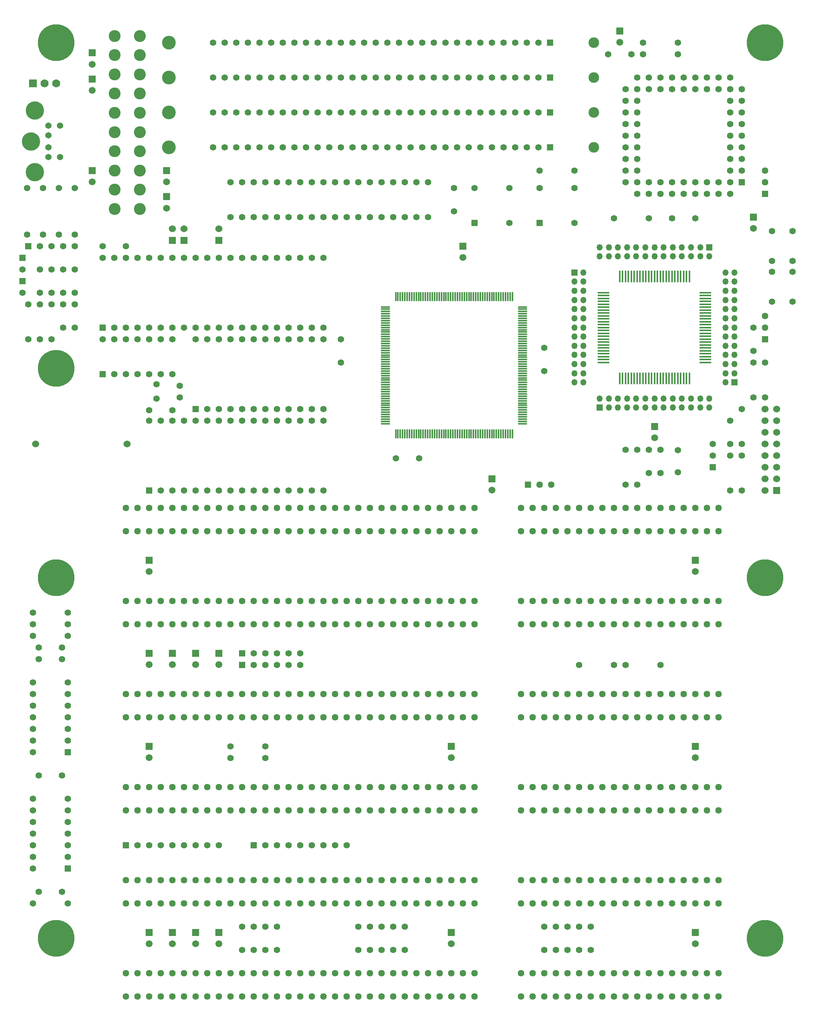
<source format=gbr>
%TF.GenerationSoftware,KiCad,Pcbnew,(6.0.2)*%
%TF.CreationDate,2026-01-28T13:48:29-08:00*%
%TF.ProjectId,AT386SX,41543338-3653-4582-9e6b-696361645f70,2.1*%
%TF.SameCoordinates,Original*%
%TF.FileFunction,Soldermask,Top*%
%TF.FilePolarity,Negative*%
%FSLAX46Y46*%
G04 Gerber Fmt 4.6, Leading zero omitted, Abs format (unit mm)*
G04 Created by KiCad (PCBNEW (6.0.2)) date 2026-01-28 13:48:29*
%MOMM*%
%LPD*%
G01*
G04 APERTURE LIST*
G04 Aperture macros list*
%AMRoundRect*
0 Rectangle with rounded corners*
0 $1 Rounding radius*
0 $2 $3 $4 $5 $6 $7 $8 $9 X,Y pos of 4 corners*
0 Add a 4 corners polygon primitive as box body*
4,1,4,$2,$3,$4,$5,$6,$7,$8,$9,$2,$3,0*
0 Add four circle primitives for the rounded corners*
1,1,$1+$1,$2,$3*
1,1,$1+$1,$4,$5*
1,1,$1+$1,$6,$7*
1,1,$1+$1,$8,$9*
0 Add four rect primitives between the rounded corners*
20,1,$1+$1,$2,$3,$4,$5,0*
20,1,$1+$1,$4,$5,$6,$7,0*
20,1,$1+$1,$6,$7,$8,$9,0*
20,1,$1+$1,$8,$9,$2,$3,0*%
G04 Aperture macros list end*
%ADD10C,1.440000*%
%ADD11R,1.397000X1.397000*%
%ADD12C,1.397000*%
%ADD13R,1.350000X1.350000*%
%ADD14O,1.350000X1.350000*%
%ADD15R,1.490980X1.490980*%
%ADD16C,1.490980*%
%ADD17R,1.440000X1.440000*%
%ADD18R,2.500000X0.380000*%
%ADD19R,0.380000X2.500000*%
%ADD20C,2.311400*%
%ADD21C,2.997200*%
%ADD22C,1.399540*%
%ADD23R,1.524000X1.524000*%
%ADD24C,1.524000*%
%ADD25C,1.371600*%
%ADD26C,4.000500*%
%ADD27C,2.600960*%
%ADD28C,0.900000*%
%ADD29C,8.000000*%
%ADD30R,1.778000X1.778000*%
%ADD31C,1.778000*%
%ADD32RoundRect,0.075000X0.925000X0.075000X-0.925000X0.075000X-0.925000X-0.075000X0.925000X-0.075000X0*%
%ADD33RoundRect,0.075000X0.075000X0.925000X-0.075000X0.925000X-0.075000X-0.925000X0.075000X-0.925000X0*%
G04 APERTURE END LIST*
D10*
%TO.C,J1*%
X43180000Y-232410000D03*
X45720000Y-232410000D03*
X48260000Y-232410000D03*
X50800000Y-232410000D03*
X53340000Y-232410000D03*
X55880000Y-232410000D03*
X58420000Y-232410000D03*
X60960000Y-232410000D03*
X63500000Y-232410000D03*
X66040000Y-232410000D03*
X68580000Y-232410000D03*
X71120000Y-232410000D03*
X73660000Y-232410000D03*
X76200000Y-232410000D03*
X78740000Y-232410000D03*
X81280000Y-232410000D03*
X83820000Y-232410000D03*
X86360000Y-232410000D03*
X88900000Y-232410000D03*
X91440000Y-232410000D03*
X93980000Y-232410000D03*
X96520000Y-232410000D03*
X99060000Y-232410000D03*
X101600000Y-232410000D03*
X104140000Y-232410000D03*
X106680000Y-232410000D03*
X109220000Y-232410000D03*
X111760000Y-232410000D03*
X114300000Y-232410000D03*
X116840000Y-232410000D03*
X119380000Y-232410000D03*
X43180000Y-227330000D03*
X45720000Y-227330000D03*
X48260000Y-227330000D03*
X50800000Y-227330000D03*
X53340000Y-227330000D03*
X55880000Y-227330000D03*
X58420000Y-227330000D03*
X60960000Y-227330000D03*
X63500000Y-227330000D03*
X66040000Y-227330000D03*
X68580000Y-227330000D03*
X71120000Y-227330000D03*
X73660000Y-227330000D03*
X76200000Y-227330000D03*
X78740000Y-227330000D03*
X81280000Y-227330000D03*
X83820000Y-227330000D03*
X86360000Y-227330000D03*
X88900000Y-227330000D03*
X91440000Y-227330000D03*
X93980000Y-227330000D03*
X96520000Y-227330000D03*
X99060000Y-227330000D03*
X101600000Y-227330000D03*
X104140000Y-227330000D03*
X106680000Y-227330000D03*
X109220000Y-227330000D03*
X111760000Y-227330000D03*
X114300000Y-227330000D03*
X116840000Y-227330000D03*
X119380000Y-227330000D03*
X129540000Y-232410000D03*
X132080000Y-232410000D03*
X134620000Y-232410000D03*
X137160000Y-232410000D03*
X139700000Y-232410000D03*
X142240000Y-232410000D03*
X144780000Y-232410000D03*
X147320000Y-232410000D03*
X149860000Y-232410000D03*
X152400000Y-232410000D03*
X154940000Y-232410000D03*
X157480000Y-232410000D03*
X160020000Y-232410000D03*
X162560000Y-232410000D03*
X165100000Y-232410000D03*
X167640000Y-232410000D03*
X170180000Y-232410000D03*
X172720000Y-232410000D03*
X129540000Y-227330000D03*
X132080000Y-227330000D03*
X134620000Y-227330000D03*
X137160000Y-227330000D03*
X139700000Y-227330000D03*
X142240000Y-227330000D03*
X144780000Y-227330000D03*
X147320000Y-227330000D03*
X149860000Y-227330000D03*
X152400000Y-227330000D03*
X154940000Y-227330000D03*
X157480000Y-227330000D03*
X160020000Y-227330000D03*
X162560000Y-227330000D03*
X165100000Y-227330000D03*
X167640000Y-227330000D03*
X170180000Y-227330000D03*
X172720000Y-227330000D03*
%TD*%
D11*
%TO.C,U2*%
X177800000Y-54610000D03*
D12*
X175260000Y-54610000D03*
X177800000Y-52070000D03*
X175260000Y-52070000D03*
X177800000Y-49530000D03*
X175260000Y-49530000D03*
X177800000Y-46990000D03*
X175260000Y-46990000D03*
X177800000Y-44450000D03*
X175260000Y-44450000D03*
X177800000Y-41910000D03*
X175260000Y-41910000D03*
X177800000Y-39370000D03*
X175260000Y-39370000D03*
X177800000Y-36830000D03*
X175260000Y-36830000D03*
X177800000Y-34290000D03*
X175260000Y-31750000D03*
X175260000Y-34290000D03*
X172720000Y-31750000D03*
X172720000Y-34290000D03*
X170180000Y-31750000D03*
X170180000Y-34290000D03*
X167640000Y-31750000D03*
X167640000Y-34290000D03*
X165100000Y-31750000D03*
X165100000Y-34290000D03*
X162560000Y-31750000D03*
X162560000Y-34290000D03*
X160020000Y-31750000D03*
X160020000Y-34290000D03*
X157480000Y-31750000D03*
X157480000Y-34290000D03*
X154940000Y-31750000D03*
X152400000Y-34290000D03*
X154940000Y-34290000D03*
X152400000Y-36830000D03*
X154940000Y-36830000D03*
X152400000Y-39370000D03*
X154940000Y-39370000D03*
X152400000Y-41910000D03*
X154940000Y-41910000D03*
X152400000Y-44450000D03*
X154940000Y-44450000D03*
X152400000Y-46990000D03*
X154940000Y-46990000D03*
X152400000Y-49530000D03*
X154940000Y-49530000D03*
X152400000Y-52070000D03*
X154940000Y-52070000D03*
X152400000Y-54610000D03*
X154940000Y-57150000D03*
X154940000Y-54610000D03*
X157480000Y-57150000D03*
X157480000Y-54610000D03*
X160020000Y-57150000D03*
X160020000Y-54610000D03*
X162560000Y-57150000D03*
X162560000Y-54610000D03*
X165100000Y-57150000D03*
X165100000Y-54610000D03*
X167640000Y-57150000D03*
X167640000Y-54610000D03*
X170180000Y-57150000D03*
X170180000Y-54610000D03*
X172720000Y-57150000D03*
X172720000Y-54610000D03*
X175260000Y-57150000D03*
%TD*%
D11*
%TO.C,U4*%
X58420000Y-104140000D03*
D12*
X60960000Y-104140000D03*
X63500000Y-104140000D03*
X66040000Y-104140000D03*
X68580000Y-104140000D03*
X71120000Y-104140000D03*
X73660000Y-104140000D03*
X76200000Y-104140000D03*
X78740000Y-104140000D03*
X81280000Y-104140000D03*
X83820000Y-104140000D03*
X86360000Y-104140000D03*
X86360000Y-88900000D03*
X83820000Y-88900000D03*
X81280000Y-88900000D03*
X78740000Y-88900000D03*
X76200000Y-88900000D03*
X73660000Y-88900000D03*
X71120000Y-88900000D03*
X68580000Y-88900000D03*
X66040000Y-88900000D03*
X63500000Y-88900000D03*
X60960000Y-88900000D03*
X58420000Y-88900000D03*
%TD*%
D11*
%TO.C,U5*%
X38100000Y-86360000D03*
D12*
X40640000Y-86360000D03*
X43180000Y-86360000D03*
X45720000Y-86360000D03*
X48260000Y-86360000D03*
X50800000Y-86360000D03*
X53340000Y-86360000D03*
X55880000Y-86360000D03*
X58420000Y-86360000D03*
X60960000Y-86360000D03*
X63500000Y-86360000D03*
X66040000Y-86360000D03*
X68580000Y-86360000D03*
X71120000Y-86360000D03*
X73660000Y-86360000D03*
X76200000Y-86360000D03*
X78740000Y-86360000D03*
X81280000Y-86360000D03*
X83820000Y-86360000D03*
X86360000Y-86360000D03*
X86360000Y-71120000D03*
X83820000Y-71120000D03*
X81280000Y-71120000D03*
X78740000Y-71120000D03*
X76200000Y-71120000D03*
X73660000Y-71120000D03*
X71120000Y-71120000D03*
X68580000Y-71120000D03*
X66040000Y-71120000D03*
X63500000Y-71120000D03*
X60960000Y-71120000D03*
X58420000Y-71120000D03*
X55880000Y-71120000D03*
X53340000Y-71120000D03*
X50800000Y-71120000D03*
X48260000Y-71120000D03*
X45720000Y-71120000D03*
X43180000Y-71120000D03*
X40640000Y-71120000D03*
X38100000Y-71120000D03*
%TD*%
D11*
%TO.C,U7*%
X38100000Y-96520000D03*
D12*
X40640000Y-96520000D03*
X43180000Y-96520000D03*
X45720000Y-96520000D03*
X48260000Y-96520000D03*
X50800000Y-96520000D03*
X53340000Y-96520000D03*
X53340000Y-88900000D03*
X50800000Y-88900000D03*
X48260000Y-88900000D03*
X45720000Y-88900000D03*
X43180000Y-88900000D03*
X40640000Y-88900000D03*
X38100000Y-88900000D03*
%TD*%
D13*
%TO.C,J17*%
X146750000Y-103870000D03*
D14*
X146750000Y-101870000D03*
X148750000Y-103870000D03*
X148750000Y-101870000D03*
X150750000Y-103870000D03*
X150750000Y-101870000D03*
X152750000Y-103870000D03*
X152750000Y-101870000D03*
X154750000Y-103870000D03*
X154750000Y-101870000D03*
X156750000Y-103870000D03*
X156750000Y-101870000D03*
X158750000Y-103870000D03*
X158750000Y-101870000D03*
X160750000Y-103870000D03*
X160750000Y-101870000D03*
X162750000Y-103870000D03*
X162750000Y-101870000D03*
X164750000Y-103870000D03*
X164750000Y-101870000D03*
X166750000Y-103870000D03*
X166750000Y-101870000D03*
X168750000Y-103870000D03*
X168750000Y-101870000D03*
X170750000Y-103870000D03*
X170750000Y-101870000D03*
%TD*%
D12*
%TO.C,C10*%
X153670000Y-26670000D03*
X148590000Y-26670000D03*
%TD*%
%TO.C,R2*%
X99060000Y-62230000D03*
X99060000Y-54610000D03*
%TD*%
D11*
%TO.C,X1*%
X133667500Y-63500000D03*
D12*
X141287500Y-63500000D03*
X141287500Y-55880000D03*
X133667500Y-55880000D03*
%TD*%
%TO.C,C8*%
X32067500Y-73660000D03*
X32067500Y-78740000D03*
%TD*%
D15*
%TO.C,C35*%
X167640000Y-137180000D03*
D16*
X167640000Y-139680000D03*
%TD*%
D17*
%TO.C,JP5*%
X182880000Y-57150000D03*
D10*
X182880000Y-54610000D03*
X182880000Y-52070000D03*
%TD*%
D13*
%TO.C,J16*%
X141240000Y-74360000D03*
D14*
X143240000Y-74360000D03*
X141240000Y-76360000D03*
X143240000Y-76360000D03*
X141240000Y-78360000D03*
X143240000Y-78360000D03*
X141240000Y-80360000D03*
X143240000Y-80360000D03*
X141240000Y-82360000D03*
X143240000Y-82360000D03*
X141240000Y-84360000D03*
X143240000Y-84360000D03*
X141240000Y-86360000D03*
X143240000Y-86360000D03*
X141240000Y-88360000D03*
X143240000Y-88360000D03*
X141240000Y-90360000D03*
X143240000Y-90360000D03*
X141240000Y-92360000D03*
X143240000Y-92360000D03*
X141240000Y-94360000D03*
X143240000Y-94360000D03*
X141240000Y-96360000D03*
X143240000Y-96360000D03*
X141240000Y-98360000D03*
X143240000Y-98360000D03*
%TD*%
D12*
%TO.C,R33*%
X163830000Y-24130000D03*
X156210000Y-24130000D03*
%TD*%
D18*
%TO.C,U1*%
X169862500Y-93980000D03*
X169862500Y-93345000D03*
X169862500Y-92710000D03*
X169862500Y-92075000D03*
X169862500Y-91440000D03*
X169862500Y-90805000D03*
X169862500Y-90170000D03*
X169862500Y-89535000D03*
X169862500Y-88900000D03*
X169862500Y-88265000D03*
X169862500Y-87630000D03*
X169862500Y-86995000D03*
X169862500Y-86360000D03*
X169862500Y-85725000D03*
X169862500Y-85090000D03*
X169862500Y-84455000D03*
X169862500Y-83820000D03*
X169862500Y-83185000D03*
X169862500Y-82550000D03*
X169862500Y-81915000D03*
X169862500Y-81280000D03*
X169862500Y-80645000D03*
X169862500Y-80010000D03*
X169862500Y-79375000D03*
X169862500Y-78740000D03*
D19*
X166370000Y-75247500D03*
X165735000Y-75247500D03*
X165100000Y-75247500D03*
X164465000Y-75247500D03*
X163830000Y-75247500D03*
X163195000Y-75247500D03*
X162560000Y-75247500D03*
X161925000Y-75247500D03*
X161290000Y-75247500D03*
X160655000Y-75247500D03*
X160020000Y-75247500D03*
X159385000Y-75247500D03*
X158750000Y-75247500D03*
X158115000Y-75247500D03*
X157480000Y-75247500D03*
X156845000Y-75247500D03*
X156210000Y-75247500D03*
X155575000Y-75247500D03*
X154940000Y-75247500D03*
X154305000Y-75247500D03*
X153670000Y-75247500D03*
X153035000Y-75247500D03*
X152400000Y-75247500D03*
X151765000Y-75247500D03*
X151130000Y-75247500D03*
D18*
X147637500Y-78740000D03*
X147637500Y-79375000D03*
X147637500Y-80010000D03*
X147637500Y-80645000D03*
X147637500Y-81280000D03*
X147637500Y-81915000D03*
X147637500Y-82550000D03*
X147637500Y-83185000D03*
X147637500Y-83820000D03*
X147637500Y-84455000D03*
X147637500Y-85090000D03*
X147637500Y-85725000D03*
X147637500Y-86360000D03*
X147637500Y-86995000D03*
X147637500Y-87630000D03*
X147637500Y-88265000D03*
X147637500Y-88900000D03*
X147637500Y-89535000D03*
X147637500Y-90170000D03*
X147637500Y-90805000D03*
X147637500Y-91440000D03*
X147637500Y-92075000D03*
X147637500Y-92710000D03*
X147637500Y-93345000D03*
X147637500Y-93980000D03*
D19*
X151130000Y-97472500D03*
X151765000Y-97472500D03*
X152400000Y-97472500D03*
X153035000Y-97472500D03*
X153670000Y-97472500D03*
X154305000Y-97472500D03*
X154940000Y-97472500D03*
X155575000Y-97472500D03*
X156210000Y-97472500D03*
X156845000Y-97472500D03*
X157480000Y-97472500D03*
X158115000Y-97472500D03*
X158750000Y-97472500D03*
X159385000Y-97472500D03*
X160020000Y-97472500D03*
X160655000Y-97472500D03*
X161290000Y-97472500D03*
X161925000Y-97472500D03*
X162560000Y-97472500D03*
X163195000Y-97472500D03*
X163830000Y-97472500D03*
X164465000Y-97472500D03*
X165100000Y-97472500D03*
X165735000Y-97472500D03*
X166370000Y-97472500D03*
%TD*%
D11*
%TO.C,J9*%
X135890000Y-31750000D03*
D12*
X133350000Y-31750000D03*
X130810000Y-31750000D03*
X128270000Y-31750000D03*
X125730000Y-31750000D03*
X123190000Y-31750000D03*
X120650000Y-31750000D03*
X118110000Y-31750000D03*
X115570000Y-31750000D03*
X113030000Y-31750000D03*
X110490000Y-31750000D03*
X107950000Y-31750000D03*
X105410000Y-31750000D03*
X102870000Y-31750000D03*
X100330000Y-31750000D03*
X97790000Y-31750000D03*
X95250000Y-31750000D03*
X92710000Y-31750000D03*
X90170000Y-31750000D03*
X87630000Y-31750000D03*
X85090000Y-31750000D03*
X82550000Y-31750000D03*
X80010000Y-31750000D03*
X77470000Y-31750000D03*
X74930000Y-31750000D03*
X72390000Y-31750000D03*
X69850000Y-31750000D03*
X67310000Y-31750000D03*
X64770000Y-31750000D03*
X62230000Y-31750000D03*
D20*
X145480000Y-31750000D03*
D21*
X52640000Y-31750000D03*
%TD*%
D22*
%TO.C,SW1*%
X184439560Y-80721200D03*
X184439560Y-74218800D03*
X188940440Y-80721200D03*
X188940440Y-74218800D03*
%TD*%
D15*
%TO.C,C36*%
X123190000Y-119400000D03*
D16*
X123190000Y-121900000D03*
%TD*%
D23*
%TO.C,JP3*%
X53340000Y-67310000D03*
D24*
X53340000Y-64770000D03*
%TD*%
D12*
%TO.C,U6*%
X48260000Y-106680000D03*
X50800000Y-106680000D03*
X53340000Y-106680000D03*
X55880000Y-106680000D03*
X58420000Y-106680000D03*
X60960000Y-106680000D03*
X63500000Y-106680000D03*
X66040000Y-106680000D03*
X68580000Y-106680000D03*
X71120000Y-106680000D03*
X73660000Y-106680000D03*
X76200000Y-106680000D03*
X78740000Y-106680000D03*
X81280000Y-106680000D03*
X83820000Y-106680000D03*
X86360000Y-106680000D03*
X86360000Y-121920000D03*
X83820000Y-121920000D03*
X81280000Y-121920000D03*
X78740000Y-121920000D03*
X76200000Y-121920000D03*
X73660000Y-121920000D03*
X71120000Y-121920000D03*
X68580000Y-121920000D03*
X66040000Y-121920000D03*
X63500000Y-121920000D03*
X60960000Y-121920000D03*
X58420000Y-121920000D03*
X55880000Y-121920000D03*
X53340000Y-121920000D03*
X50800000Y-121920000D03*
D11*
X48260000Y-121920000D03*
%TD*%
D12*
%TO.C,R28*%
X21907500Y-88900000D03*
X21907500Y-81280000D03*
%TD*%
%TO.C,C9*%
X68580000Y-222250000D03*
X68580000Y-217170000D03*
%TD*%
D15*
%TO.C,C27*%
X48260000Y-218460000D03*
D16*
X48260000Y-220960000D03*
%TD*%
D12*
%TO.C,R1*%
X86360000Y-62230000D03*
X86360000Y-54610000D03*
%TD*%
%TO.C,R27*%
X24447500Y-88900000D03*
X24447500Y-81280000D03*
%TD*%
%TO.C,C60*%
X142240000Y-222250000D03*
X142240000Y-217170000D03*
%TD*%
D15*
%TO.C,C33*%
X48260000Y-157500000D03*
D16*
X48260000Y-160000000D03*
%TD*%
D12*
%TO.C,R35*%
X142240000Y-160020000D03*
X149860000Y-160020000D03*
%TD*%
%TO.C,C17*%
X32067500Y-86360000D03*
X32067500Y-81280000D03*
%TD*%
D11*
%TO.C,RN5*%
X21907500Y-68580000D03*
D12*
X24447500Y-68580000D03*
X26987500Y-68580000D03*
X29527500Y-68580000D03*
X32067500Y-68580000D03*
%TD*%
D17*
%TO.C,JP4*%
X182880000Y-88900000D03*
D10*
X182880000Y-86360000D03*
X182880000Y-83820000D03*
%TD*%
%TO.C,J5*%
X43180000Y-130810000D03*
X45720000Y-130810000D03*
X48260000Y-130810000D03*
X50800000Y-130810000D03*
X53340000Y-130810000D03*
X55880000Y-130810000D03*
X58420000Y-130810000D03*
X60960000Y-130810000D03*
X63500000Y-130810000D03*
X66040000Y-130810000D03*
X68580000Y-130810000D03*
X71120000Y-130810000D03*
X73660000Y-130810000D03*
X76200000Y-130810000D03*
X78740000Y-130810000D03*
X81280000Y-130810000D03*
X83820000Y-130810000D03*
X86360000Y-130810000D03*
X88900000Y-130810000D03*
X91440000Y-130810000D03*
X93980000Y-130810000D03*
X96520000Y-130810000D03*
X99060000Y-130810000D03*
X101600000Y-130810000D03*
X104140000Y-130810000D03*
X106680000Y-130810000D03*
X109220000Y-130810000D03*
X111760000Y-130810000D03*
X114300000Y-130810000D03*
X116840000Y-130810000D03*
X119380000Y-130810000D03*
X43180000Y-125730000D03*
X45720000Y-125730000D03*
X48260000Y-125730000D03*
X50800000Y-125730000D03*
X53340000Y-125730000D03*
X55880000Y-125730000D03*
X58420000Y-125730000D03*
X60960000Y-125730000D03*
X63500000Y-125730000D03*
X66040000Y-125730000D03*
X68580000Y-125730000D03*
X71120000Y-125730000D03*
X73660000Y-125730000D03*
X76200000Y-125730000D03*
X78740000Y-125730000D03*
X81280000Y-125730000D03*
X83820000Y-125730000D03*
X86360000Y-125730000D03*
X88900000Y-125730000D03*
X91440000Y-125730000D03*
X93980000Y-125730000D03*
X96520000Y-125730000D03*
X99060000Y-125730000D03*
X101600000Y-125730000D03*
X104140000Y-125730000D03*
X106680000Y-125730000D03*
X109220000Y-125730000D03*
X111760000Y-125730000D03*
X114300000Y-125730000D03*
X116840000Y-125730000D03*
X119380000Y-125730000D03*
X129540000Y-130810000D03*
X132080000Y-130810000D03*
X134620000Y-130810000D03*
X137160000Y-130810000D03*
X139700000Y-130810000D03*
X142240000Y-130810000D03*
X144780000Y-130810000D03*
X147320000Y-130810000D03*
X149860000Y-130810000D03*
X152400000Y-130810000D03*
X154940000Y-130810000D03*
X157480000Y-130810000D03*
X160020000Y-130810000D03*
X162560000Y-130810000D03*
X165100000Y-130810000D03*
X167640000Y-130810000D03*
X170180000Y-130810000D03*
X172720000Y-130810000D03*
X129540000Y-125730000D03*
X132080000Y-125730000D03*
X134620000Y-125730000D03*
X137160000Y-125730000D03*
X139700000Y-125730000D03*
X142240000Y-125730000D03*
X144780000Y-125730000D03*
X147320000Y-125730000D03*
X149860000Y-125730000D03*
X152400000Y-125730000D03*
X154940000Y-125730000D03*
X157480000Y-125730000D03*
X160020000Y-125730000D03*
X162560000Y-125730000D03*
X165100000Y-125730000D03*
X167640000Y-125730000D03*
X170180000Y-125730000D03*
X172720000Y-125730000D03*
%TD*%
D11*
%TO.C,U9*%
X30480000Y-204470000D03*
D12*
X30480000Y-201930000D03*
X30480000Y-199390000D03*
X30480000Y-196850000D03*
X30480000Y-194310000D03*
X30480000Y-191770000D03*
X30480000Y-189230000D03*
X22860000Y-189230000D03*
X22860000Y-191770000D03*
X22860000Y-194310000D03*
X22860000Y-196850000D03*
X22860000Y-199390000D03*
X22860000Y-201930000D03*
X22860000Y-204470000D03*
%TD*%
%TO.C,C14*%
X90170000Y-93980000D03*
X90170000Y-88900000D03*
%TD*%
D11*
%TO.C,J8*%
X135890000Y-39370000D03*
D12*
X133350000Y-39370000D03*
X130810000Y-39370000D03*
X128270000Y-39370000D03*
X125730000Y-39370000D03*
X123190000Y-39370000D03*
X120650000Y-39370000D03*
X118110000Y-39370000D03*
X115570000Y-39370000D03*
X113030000Y-39370000D03*
X110490000Y-39370000D03*
X107950000Y-39370000D03*
X105410000Y-39370000D03*
X102870000Y-39370000D03*
X100330000Y-39370000D03*
X97790000Y-39370000D03*
X95250000Y-39370000D03*
X92710000Y-39370000D03*
X90170000Y-39370000D03*
X87630000Y-39370000D03*
X85090000Y-39370000D03*
X82550000Y-39370000D03*
X80010000Y-39370000D03*
X77470000Y-39370000D03*
X74930000Y-39370000D03*
X72390000Y-39370000D03*
X69850000Y-39370000D03*
X67310000Y-39370000D03*
X64770000Y-39370000D03*
X62230000Y-39370000D03*
D21*
X52640000Y-39370000D03*
D20*
X145480000Y-39370000D03*
%TD*%
D12*
%TO.C,C6*%
X24447500Y-73660000D03*
X24447500Y-78740000D03*
%TD*%
%TO.C,R8*%
X81280000Y-62230000D03*
X81280000Y-54610000D03*
%TD*%
%TO.C,R21*%
X109220000Y-62230000D03*
X109220000Y-54610000D03*
%TD*%
%TO.C,R20*%
X106680000Y-62230000D03*
X106680000Y-54610000D03*
%TD*%
%TO.C,C52*%
X93980000Y-222250000D03*
X93980000Y-217170000D03*
%TD*%
D20*
%TO.C,J10*%
X145480000Y-24130000D03*
D21*
X52640000Y-24130000D03*
D12*
X62230000Y-24130000D03*
X64770000Y-24130000D03*
X67310000Y-24130000D03*
X69850000Y-24130000D03*
X72390000Y-24130000D03*
X74930000Y-24130000D03*
X77470000Y-24130000D03*
X80010000Y-24130000D03*
X82550000Y-24130000D03*
X85090000Y-24130000D03*
X87630000Y-24130000D03*
X90170000Y-24130000D03*
X92710000Y-24130000D03*
X95250000Y-24130000D03*
X97790000Y-24130000D03*
X100330000Y-24130000D03*
X102870000Y-24130000D03*
X105410000Y-24130000D03*
X107950000Y-24130000D03*
X110490000Y-24130000D03*
X113030000Y-24130000D03*
X115570000Y-24130000D03*
X118110000Y-24130000D03*
X120650000Y-24130000D03*
X123190000Y-24130000D03*
X125730000Y-24130000D03*
X128270000Y-24130000D03*
X130810000Y-24130000D03*
X133350000Y-24130000D03*
D11*
X135890000Y-24130000D03*
%TD*%
%TO.C,RN1*%
X71120000Y-199390000D03*
D12*
X73660000Y-199390000D03*
X76200000Y-199390000D03*
X78740000Y-199390000D03*
X81280000Y-199390000D03*
X83820000Y-199390000D03*
X86360000Y-199390000D03*
X88900000Y-199390000D03*
X91440000Y-199390000D03*
%TD*%
%TO.C,R10*%
X76200000Y-62230000D03*
X76200000Y-54610000D03*
%TD*%
%TO.C,Y1*%
X163830000Y-118010940D03*
X163830000Y-113129060D03*
%TD*%
%TO.C,R3*%
X96520000Y-62230000D03*
X96520000Y-54610000D03*
%TD*%
D15*
%TO.C,C44*%
X35877500Y-26372500D03*
D16*
X35877500Y-28872500D03*
%TD*%
D25*
%TO.C,J11*%
X26280000Y-47020000D03*
X26280000Y-44420000D03*
X26280000Y-49120000D03*
X26280000Y-42320000D03*
X28780000Y-49120000D03*
X28780000Y-42320000D03*
D26*
X23280000Y-38970000D03*
X23280000Y-52470000D03*
X22480000Y-45720000D03*
%TD*%
D12*
%TO.C,R25*%
X177800000Y-114300000D03*
X177800000Y-121920000D03*
%TD*%
%TO.C,C21*%
X24130000Y-209550000D03*
X29210000Y-209550000D03*
%TD*%
D10*
%TO.C,J2*%
X43180000Y-212090000D03*
X45720000Y-212090000D03*
X48260000Y-212090000D03*
X50800000Y-212090000D03*
X53340000Y-212090000D03*
X55880000Y-212090000D03*
X58420000Y-212090000D03*
X60960000Y-212090000D03*
X63500000Y-212090000D03*
X66040000Y-212090000D03*
X68580000Y-212090000D03*
X71120000Y-212090000D03*
X73660000Y-212090000D03*
X76200000Y-212090000D03*
X78740000Y-212090000D03*
X81280000Y-212090000D03*
X83820000Y-212090000D03*
X86360000Y-212090000D03*
X88900000Y-212090000D03*
X91440000Y-212090000D03*
X93980000Y-212090000D03*
X96520000Y-212090000D03*
X99060000Y-212090000D03*
X101600000Y-212090000D03*
X104140000Y-212090000D03*
X106680000Y-212090000D03*
X109220000Y-212090000D03*
X111760000Y-212090000D03*
X114300000Y-212090000D03*
X116840000Y-212090000D03*
X119380000Y-212090000D03*
X43180000Y-207010000D03*
X45720000Y-207010000D03*
X48260000Y-207010000D03*
X50800000Y-207010000D03*
X53340000Y-207010000D03*
X55880000Y-207010000D03*
X58420000Y-207010000D03*
X60960000Y-207010000D03*
X63500000Y-207010000D03*
X66040000Y-207010000D03*
X68580000Y-207010000D03*
X71120000Y-207010000D03*
X73660000Y-207010000D03*
X76200000Y-207010000D03*
X78740000Y-207010000D03*
X81280000Y-207010000D03*
X83820000Y-207010000D03*
X86360000Y-207010000D03*
X88900000Y-207010000D03*
X91440000Y-207010000D03*
X93980000Y-207010000D03*
X96520000Y-207010000D03*
X99060000Y-207010000D03*
X101600000Y-207010000D03*
X104140000Y-207010000D03*
X106680000Y-207010000D03*
X109220000Y-207010000D03*
X111760000Y-207010000D03*
X114300000Y-207010000D03*
X116840000Y-207010000D03*
X119380000Y-207010000D03*
X129540000Y-212090000D03*
X132080000Y-212090000D03*
X134620000Y-212090000D03*
X137160000Y-212090000D03*
X139700000Y-212090000D03*
X142240000Y-212090000D03*
X144780000Y-212090000D03*
X147320000Y-212090000D03*
X149860000Y-212090000D03*
X152400000Y-212090000D03*
X154940000Y-212090000D03*
X157480000Y-212090000D03*
X160020000Y-212090000D03*
X162560000Y-212090000D03*
X165100000Y-212090000D03*
X167640000Y-212090000D03*
X170180000Y-212090000D03*
X172720000Y-212090000D03*
X129540000Y-207010000D03*
X132080000Y-207010000D03*
X134620000Y-207010000D03*
X137160000Y-207010000D03*
X139700000Y-207010000D03*
X142240000Y-207010000D03*
X144780000Y-207010000D03*
X147320000Y-207010000D03*
X149860000Y-207010000D03*
X152400000Y-207010000D03*
X154940000Y-207010000D03*
X157480000Y-207010000D03*
X160020000Y-207010000D03*
X162560000Y-207010000D03*
X165100000Y-207010000D03*
X167640000Y-207010000D03*
X170180000Y-207010000D03*
X172720000Y-207010000D03*
%TD*%
D12*
%TO.C,R6*%
X88900000Y-62230000D03*
X88900000Y-54610000D03*
%TD*%
D11*
%TO.C,X2*%
X119380000Y-63500000D03*
D12*
X127000000Y-63500000D03*
X127000000Y-55880000D03*
X119380000Y-55880000D03*
%TD*%
%TO.C,R11*%
X73660000Y-62230000D03*
X73660000Y-54610000D03*
%TD*%
D15*
%TO.C,C37*%
X158750000Y-107970000D03*
D16*
X158750000Y-110470000D03*
%TD*%
D12*
%TO.C,R18*%
X101600000Y-62230000D03*
X101600000Y-54610000D03*
%TD*%
D15*
%TO.C,C41*%
X52070000Y-57805000D03*
D16*
X52070000Y-60305000D03*
%TD*%
D15*
%TO.C,C46*%
X58420000Y-157500000D03*
D16*
X58420000Y-160000000D03*
%TD*%
D15*
%TO.C,C43*%
X63500000Y-157500000D03*
D16*
X63500000Y-160000000D03*
%TD*%
D27*
%TO.C,J12*%
X46248320Y-22692360D03*
X46248320Y-26893520D03*
X46248320Y-31092140D03*
X46248320Y-35293300D03*
X46248320Y-39491920D03*
X46248320Y-43693080D03*
X46248320Y-47891700D03*
X46248320Y-52092860D03*
X46248320Y-56291480D03*
X46248320Y-60492640D03*
X40746680Y-22692360D03*
X40746680Y-26893520D03*
X40746680Y-31092140D03*
X40746680Y-35293300D03*
X40746680Y-39491920D03*
X40746680Y-43693080D03*
X40746680Y-47891700D03*
X40746680Y-52092860D03*
X40746680Y-56291480D03*
X40746680Y-60492640D03*
%TD*%
D11*
%TO.C,D1*%
X20637500Y-76200000D03*
D12*
X20637500Y-78740000D03*
%TD*%
%TO.C,R30*%
X73660000Y-180340000D03*
X66040000Y-180340000D03*
%TD*%
%TO.C,R40*%
X154940000Y-120650000D03*
X154940000Y-113030000D03*
%TD*%
D10*
%TO.C,J3*%
X43180000Y-191770000D03*
X45720000Y-191770000D03*
X48260000Y-191770000D03*
X50800000Y-191770000D03*
X53340000Y-191770000D03*
X55880000Y-191770000D03*
X58420000Y-191770000D03*
X60960000Y-191770000D03*
X63500000Y-191770000D03*
X66040000Y-191770000D03*
X68580000Y-191770000D03*
X71120000Y-191770000D03*
X73660000Y-191770000D03*
X76200000Y-191770000D03*
X78740000Y-191770000D03*
X81280000Y-191770000D03*
X83820000Y-191770000D03*
X86360000Y-191770000D03*
X88900000Y-191770000D03*
X91440000Y-191770000D03*
X93980000Y-191770000D03*
X96520000Y-191770000D03*
X99060000Y-191770000D03*
X101600000Y-191770000D03*
X104140000Y-191770000D03*
X106680000Y-191770000D03*
X109220000Y-191770000D03*
X111760000Y-191770000D03*
X114300000Y-191770000D03*
X116840000Y-191770000D03*
X119380000Y-191770000D03*
X43180000Y-186690000D03*
X45720000Y-186690000D03*
X48260000Y-186690000D03*
X50800000Y-186690000D03*
X53340000Y-186690000D03*
X55880000Y-186690000D03*
X58420000Y-186690000D03*
X60960000Y-186690000D03*
X63500000Y-186690000D03*
X66040000Y-186690000D03*
X68580000Y-186690000D03*
X71120000Y-186690000D03*
X73660000Y-186690000D03*
X76200000Y-186690000D03*
X78740000Y-186690000D03*
X81280000Y-186690000D03*
X83820000Y-186690000D03*
X86360000Y-186690000D03*
X88900000Y-186690000D03*
X91440000Y-186690000D03*
X93980000Y-186690000D03*
X96520000Y-186690000D03*
X99060000Y-186690000D03*
X101600000Y-186690000D03*
X104140000Y-186690000D03*
X106680000Y-186690000D03*
X109220000Y-186690000D03*
X111760000Y-186690000D03*
X114300000Y-186690000D03*
X116840000Y-186690000D03*
X119380000Y-186690000D03*
X129540000Y-191770000D03*
X132080000Y-191770000D03*
X134620000Y-191770000D03*
X137160000Y-191770000D03*
X139700000Y-191770000D03*
X142240000Y-191770000D03*
X144780000Y-191770000D03*
X147320000Y-191770000D03*
X149860000Y-191770000D03*
X152400000Y-191770000D03*
X154940000Y-191770000D03*
X157480000Y-191770000D03*
X160020000Y-191770000D03*
X162560000Y-191770000D03*
X165100000Y-191770000D03*
X167640000Y-191770000D03*
X170180000Y-191770000D03*
X172720000Y-191770000D03*
X129540000Y-186690000D03*
X132080000Y-186690000D03*
X134620000Y-186690000D03*
X137160000Y-186690000D03*
X139700000Y-186690000D03*
X142240000Y-186690000D03*
X144780000Y-186690000D03*
X147320000Y-186690000D03*
X149860000Y-186690000D03*
X152400000Y-186690000D03*
X154940000Y-186690000D03*
X157480000Y-186690000D03*
X160020000Y-186690000D03*
X162560000Y-186690000D03*
X165100000Y-186690000D03*
X167640000Y-186690000D03*
X170180000Y-186690000D03*
X172720000Y-186690000D03*
%TD*%
D15*
%TO.C,C29*%
X167640000Y-218460000D03*
D16*
X167640000Y-220960000D03*
%TD*%
D13*
%TO.C,J14*%
X176260000Y-98360000D03*
D14*
X174260000Y-98360000D03*
X176260000Y-96360000D03*
X174260000Y-96360000D03*
X176260000Y-94360000D03*
X174260000Y-94360000D03*
X176260000Y-92360000D03*
X174260000Y-92360000D03*
X176260000Y-90360000D03*
X174260000Y-90360000D03*
X176260000Y-88360000D03*
X174260000Y-88360000D03*
X176260000Y-86360000D03*
X174260000Y-86360000D03*
X176260000Y-84360000D03*
X174260000Y-84360000D03*
X176260000Y-82360000D03*
X174260000Y-82360000D03*
X176260000Y-80360000D03*
X174260000Y-80360000D03*
X176260000Y-78360000D03*
X174260000Y-78360000D03*
X176260000Y-76360000D03*
X174260000Y-76360000D03*
X176260000Y-74360000D03*
X174260000Y-74360000D03*
%TD*%
D15*
%TO.C,C26*%
X52070000Y-52090000D03*
D16*
X52070000Y-54590000D03*
%TD*%
D23*
%TO.C,JP2*%
X55880000Y-67310000D03*
D24*
X55880000Y-64770000D03*
%TD*%
D12*
%TO.C,C16*%
X48260000Y-104457500D03*
X53340000Y-104457500D03*
%TD*%
%TO.C,C2*%
X160020000Y-113030000D03*
X160020000Y-118110000D03*
%TD*%
D28*
%TO.C,H4*%
X30061320Y-22008680D03*
D29*
X27940000Y-24130000D03*
D28*
X25818680Y-22008680D03*
X24940000Y-24130000D03*
X30940000Y-24130000D03*
X27940000Y-21130000D03*
X25818680Y-26251320D03*
X30061320Y-26251320D03*
X27940000Y-27130000D03*
%TD*%
D12*
%TO.C,L2*%
X21590000Y-66040000D03*
X21590000Y-55880000D03*
%TD*%
D15*
%TO.C,C38*%
X116840000Y-68600000D03*
D16*
X116840000Y-71100000D03*
%TD*%
D12*
%TO.C,R7*%
X83820000Y-62230000D03*
X83820000Y-54610000D03*
%TD*%
%TO.C,R38*%
X30480000Y-151129282D03*
X22860000Y-151129282D03*
%TD*%
%TO.C,L3*%
X32067500Y-66040000D03*
X32067500Y-55880000D03*
%TD*%
D28*
%TO.C,H7*%
X185001320Y-143091320D03*
X179880000Y-140970000D03*
X180758680Y-138848680D03*
X182880000Y-137970000D03*
X185001320Y-138848680D03*
X185880000Y-140970000D03*
X180758680Y-143091320D03*
D29*
X182880000Y-140970000D03*
D28*
X182880000Y-143970000D03*
%TD*%
D11*
%TO.C,RN2*%
X68580000Y-160020000D03*
D12*
X71120000Y-160020000D03*
X73660000Y-160020000D03*
X76200000Y-160020000D03*
X78740000Y-160020000D03*
X81280000Y-160020000D03*
%TD*%
%TO.C,C18*%
X102235000Y-114935000D03*
X107315000Y-114935000D03*
%TD*%
D15*
%TO.C,C42*%
X63500000Y-218460000D03*
D16*
X63500000Y-220960000D03*
%TD*%
D22*
%TO.C,SW2*%
X184439560Y-71831200D03*
X184439560Y-65328800D03*
X188940440Y-65328800D03*
X188940440Y-71831200D03*
%TD*%
D12*
%TO.C,R16*%
X68580000Y-62230000D03*
X68580000Y-54610000D03*
%TD*%
D28*
%TO.C,H2*%
X25818680Y-138848680D03*
X27940000Y-137970000D03*
X27940000Y-143970000D03*
X25818680Y-143091320D03*
X30061320Y-143091320D03*
D29*
X27940000Y-140970000D03*
D28*
X30940000Y-140970000D03*
X30061320Y-138848680D03*
X24940000Y-140970000D03*
%TD*%
D12*
%TO.C,R23*%
X180340000Y-101600000D03*
X180340000Y-93980000D03*
%TD*%
%TO.C,L4*%
X28575000Y-66040000D03*
X28575000Y-55880000D03*
%TD*%
%TO.C,R34*%
X163830000Y-26670000D03*
X156210000Y-26670000D03*
%TD*%
D11*
%TO.C,J7*%
X135890000Y-46990000D03*
D12*
X133350000Y-46990000D03*
X130810000Y-46990000D03*
X128270000Y-46990000D03*
X125730000Y-46990000D03*
X123190000Y-46990000D03*
X120650000Y-46990000D03*
X118110000Y-46990000D03*
X115570000Y-46990000D03*
X113030000Y-46990000D03*
X110490000Y-46990000D03*
X107950000Y-46990000D03*
X105410000Y-46990000D03*
X102870000Y-46990000D03*
X100330000Y-46990000D03*
X97790000Y-46990000D03*
X95250000Y-46990000D03*
X92710000Y-46990000D03*
X90170000Y-46990000D03*
X87630000Y-46990000D03*
X85090000Y-46990000D03*
X82550000Y-46990000D03*
X80010000Y-46990000D03*
X77470000Y-46990000D03*
X74930000Y-46990000D03*
X72390000Y-46990000D03*
X69850000Y-46990000D03*
X67310000Y-46990000D03*
X64770000Y-46990000D03*
X62230000Y-46990000D03*
D21*
X52640000Y-46990000D03*
D20*
X145480000Y-46990000D03*
%TD*%
D11*
%TO.C,Q1*%
X171450000Y-116840000D03*
D12*
X171450000Y-114300000D03*
X171450000Y-111760000D03*
%TD*%
%TO.C,C23*%
X29210000Y-158749282D03*
X24130000Y-158749282D03*
%TD*%
D15*
%TO.C,C49*%
X53340000Y-157500000D03*
D16*
X53340000Y-160000000D03*
%TD*%
D12*
%TO.C,R31*%
X30480000Y-212090000D03*
X22860000Y-212090000D03*
%TD*%
D30*
%TO.C,U10*%
X22860000Y-33020000D03*
D31*
X25400000Y-33020000D03*
X27940000Y-33020000D03*
%TD*%
D12*
%TO.C,C19*%
X114935000Y-55880000D03*
X114935000Y-60960000D03*
%TD*%
D15*
%TO.C,C40*%
X151130000Y-21610000D03*
D16*
X151130000Y-24110000D03*
%TD*%
D12*
%TO.C,C12*%
X162560000Y-62547500D03*
X167640000Y-62547500D03*
%TD*%
D23*
%TO.C,JP1*%
X63500000Y-67310000D03*
D24*
X63500000Y-64770000D03*
%TD*%
D23*
%TO.C,J13*%
X185420000Y-121920000D03*
D24*
X182880000Y-121920000D03*
X185420000Y-119380000D03*
X182880000Y-119380000D03*
X185420000Y-116840000D03*
X182880000Y-116840000D03*
X185420000Y-114300000D03*
X182880000Y-114300000D03*
X185420000Y-111760000D03*
X182880000Y-111760000D03*
X185420000Y-109220000D03*
X182880000Y-109220000D03*
X185420000Y-106680000D03*
X182880000Y-106680000D03*
X185420000Y-104140000D03*
X182880000Y-104140000D03*
%TD*%
D15*
%TO.C,C34*%
X48260000Y-137180000D03*
D16*
X48260000Y-139680000D03*
%TD*%
D12*
%TO.C,R4*%
X93980000Y-62230000D03*
X93980000Y-54610000D03*
%TD*%
%TO.C,C51*%
X76200000Y-222250000D03*
X76200000Y-217170000D03*
%TD*%
%TO.C,R5*%
X91440000Y-62230000D03*
X91440000Y-54610000D03*
%TD*%
%TO.C,C58*%
X137160000Y-222250000D03*
X137160000Y-217170000D03*
%TD*%
%TO.C,R9*%
X78740000Y-62230000D03*
X78740000Y-54610000D03*
%TD*%
%TO.C,C54*%
X99060000Y-222250000D03*
X99060000Y-217170000D03*
%TD*%
D15*
%TO.C,C28*%
X114300000Y-218460000D03*
D16*
X114300000Y-220960000D03*
%TD*%
D12*
%TO.C,C13*%
X134620000Y-90805000D03*
X134620000Y-95885000D03*
%TD*%
D15*
%TO.C,C25*%
X35877500Y-52090000D03*
D16*
X35877500Y-54590000D03*
%TD*%
D15*
%TO.C,C47*%
X35877500Y-32087500D03*
D16*
X35877500Y-34587500D03*
%TD*%
D12*
%TO.C,R26*%
X177800000Y-104140000D03*
X177800000Y-111760000D03*
%TD*%
%TO.C,R24*%
X182880000Y-101600000D03*
X182880000Y-93980000D03*
%TD*%
D11*
%TO.C,D2*%
X20637500Y-71120000D03*
D12*
X20637500Y-73660000D03*
%TD*%
D10*
%TO.C,J4*%
X43180000Y-171450000D03*
X45720000Y-171450000D03*
X48260000Y-171450000D03*
X50800000Y-171450000D03*
X53340000Y-171450000D03*
X55880000Y-171450000D03*
X58420000Y-171450000D03*
X60960000Y-171450000D03*
X63500000Y-171450000D03*
X66040000Y-171450000D03*
X68580000Y-171450000D03*
X71120000Y-171450000D03*
X73660000Y-171450000D03*
X76200000Y-171450000D03*
X78740000Y-171450000D03*
X81280000Y-171450000D03*
X83820000Y-171450000D03*
X86360000Y-171450000D03*
X88900000Y-171450000D03*
X91440000Y-171450000D03*
X93980000Y-171450000D03*
X96520000Y-171450000D03*
X99060000Y-171450000D03*
X101600000Y-171450000D03*
X104140000Y-171450000D03*
X106680000Y-171450000D03*
X109220000Y-171450000D03*
X111760000Y-171450000D03*
X114300000Y-171450000D03*
X116840000Y-171450000D03*
X119380000Y-171450000D03*
X43180000Y-166370000D03*
X45720000Y-166370000D03*
X48260000Y-166370000D03*
X50800000Y-166370000D03*
X53340000Y-166370000D03*
X55880000Y-166370000D03*
X58420000Y-166370000D03*
X60960000Y-166370000D03*
X63500000Y-166370000D03*
X66040000Y-166370000D03*
X68580000Y-166370000D03*
X71120000Y-166370000D03*
X73660000Y-166370000D03*
X76200000Y-166370000D03*
X78740000Y-166370000D03*
X81280000Y-166370000D03*
X83820000Y-166370000D03*
X86360000Y-166370000D03*
X88900000Y-166370000D03*
X91440000Y-166370000D03*
X93980000Y-166370000D03*
X96520000Y-166370000D03*
X99060000Y-166370000D03*
X101600000Y-166370000D03*
X104140000Y-166370000D03*
X106680000Y-166370000D03*
X109220000Y-166370000D03*
X111760000Y-166370000D03*
X114300000Y-166370000D03*
X116840000Y-166370000D03*
X119380000Y-166370000D03*
X129540000Y-171450000D03*
X132080000Y-171450000D03*
X134620000Y-171450000D03*
X137160000Y-171450000D03*
X139700000Y-171450000D03*
X142240000Y-171450000D03*
X144780000Y-171450000D03*
X147320000Y-171450000D03*
X149860000Y-171450000D03*
X152400000Y-171450000D03*
X154940000Y-171450000D03*
X157480000Y-171450000D03*
X160020000Y-171450000D03*
X162560000Y-171450000D03*
X165100000Y-171450000D03*
X167640000Y-171450000D03*
X170180000Y-171450000D03*
X172720000Y-171450000D03*
X129540000Y-166370000D03*
X132080000Y-166370000D03*
X134620000Y-166370000D03*
X137160000Y-166370000D03*
X139700000Y-166370000D03*
X142240000Y-166370000D03*
X144780000Y-166370000D03*
X147320000Y-166370000D03*
X149860000Y-166370000D03*
X152400000Y-166370000D03*
X154940000Y-166370000D03*
X157480000Y-166370000D03*
X160020000Y-166370000D03*
X162560000Y-166370000D03*
X165100000Y-166370000D03*
X167640000Y-166370000D03*
X170180000Y-166370000D03*
X172720000Y-166370000D03*
%TD*%
D12*
%TO.C,C56*%
X104140000Y-222250000D03*
X104140000Y-217170000D03*
%TD*%
D28*
%TO.C,H3*%
X27940000Y-98250000D03*
X30061320Y-97371320D03*
D29*
X27940000Y-95250000D03*
D28*
X25818680Y-97371320D03*
X30940000Y-95250000D03*
X25818680Y-93128680D03*
X24940000Y-95250000D03*
X30061320Y-93128680D03*
X27940000Y-92250000D03*
%TD*%
D11*
%TO.C,RN4*%
X43180000Y-199390000D03*
D12*
X45720000Y-199390000D03*
X48260000Y-199390000D03*
X50800000Y-199390000D03*
X53340000Y-199390000D03*
X55880000Y-199390000D03*
X58420000Y-199390000D03*
X60960000Y-199390000D03*
X63500000Y-199390000D03*
%TD*%
%TO.C,C55*%
X101600000Y-222250000D03*
X101600000Y-217170000D03*
%TD*%
%TO.C,R29*%
X30480000Y-153669282D03*
X22860000Y-153669282D03*
%TD*%
%TO.C,C24*%
X29210000Y-156209282D03*
X24130000Y-156209282D03*
%TD*%
%TO.C,C61*%
X144780000Y-222250000D03*
X144780000Y-217170000D03*
%TD*%
D15*
%TO.C,C31*%
X114300000Y-177820000D03*
D16*
X114300000Y-180320000D03*
%TD*%
D12*
%TO.C,C22*%
X175260000Y-111760000D03*
X175260000Y-106680000D03*
%TD*%
D15*
%TO.C,C32*%
X167640000Y-177820000D03*
D16*
X167640000Y-180320000D03*
%TD*%
D12*
%TO.C,R17*%
X66040000Y-62230000D03*
X66040000Y-54610000D03*
%TD*%
%TO.C,C50*%
X71120000Y-222250000D03*
X71120000Y-217170000D03*
%TD*%
D15*
%TO.C,C39*%
X180340000Y-62250000D03*
D16*
X180340000Y-64750000D03*
%TD*%
D14*
%TO.C,J15*%
X146750000Y-70850000D03*
X146750000Y-68850000D03*
X148750000Y-70850000D03*
X148750000Y-68850000D03*
X150750000Y-70850000D03*
X150750000Y-68850000D03*
X152750000Y-70850000D03*
X152750000Y-68850000D03*
X154750000Y-70850000D03*
X154750000Y-68850000D03*
X156750000Y-70850000D03*
X156750000Y-68850000D03*
X158750000Y-70850000D03*
X158750000Y-68850000D03*
X160750000Y-70850000D03*
X160750000Y-68850000D03*
X162750000Y-70850000D03*
X162750000Y-68850000D03*
X164750000Y-70850000D03*
X164750000Y-68850000D03*
X166750000Y-70850000D03*
X166750000Y-68850000D03*
X168750000Y-70850000D03*
X168750000Y-68850000D03*
X170750000Y-70850000D03*
D13*
X170750000Y-68850000D03*
%TD*%
D12*
%TO.C,R14*%
X133667500Y-52070000D03*
X141287500Y-52070000D03*
%TD*%
%TO.C,C1*%
X157480000Y-118110000D03*
X157480000Y-113030000D03*
%TD*%
%TO.C,C11*%
X180340000Y-91440000D03*
X180340000Y-86360000D03*
%TD*%
%TO.C,R13*%
X149860000Y-62547500D03*
X157480000Y-62547500D03*
%TD*%
%TO.C,C5*%
X26987500Y-73660000D03*
X26987500Y-78740000D03*
%TD*%
%TO.C,R22*%
X73660000Y-177800000D03*
X66040000Y-177800000D03*
%TD*%
%TO.C,R19*%
X104140000Y-62230000D03*
X104140000Y-54610000D03*
%TD*%
%TO.C,Y2*%
X55016185Y-99052500D03*
X55016185Y-101592500D03*
X49936185Y-101910000D03*
X49936185Y-98735000D03*
%TD*%
%TO.C,R32*%
X152400000Y-113030000D03*
X152400000Y-120650000D03*
%TD*%
D15*
%TO.C,C48*%
X53340000Y-218460000D03*
D16*
X53340000Y-220960000D03*
%TD*%
D15*
%TO.C,C45*%
X58420000Y-218460000D03*
D16*
X58420000Y-220960000D03*
%TD*%
D29*
%TO.C,H1*%
X27940000Y-219710000D03*
D28*
X27940000Y-222710000D03*
X25818680Y-217588680D03*
X30940000Y-219710000D03*
X30061320Y-221831320D03*
X24940000Y-219710000D03*
X30061320Y-217588680D03*
X27940000Y-216710000D03*
X25818680Y-221831320D03*
%TD*%
D12*
%TO.C,R12*%
X71120000Y-62230000D03*
X71120000Y-54610000D03*
%TD*%
%TO.C,C53*%
X96520000Y-222250000D03*
X96520000Y-217170000D03*
%TD*%
D15*
%TO.C,C30*%
X48260000Y-177820000D03*
D16*
X48260000Y-180320000D03*
%TD*%
D12*
%TO.C,C57*%
X134620000Y-222250000D03*
X134620000Y-217170000D03*
%TD*%
D24*
%TO.C,BT1*%
X43500750Y-111760000D03*
X23500790Y-111760000D03*
%TD*%
D28*
%TO.C,H6*%
X185001320Y-221831320D03*
X180758680Y-221831320D03*
X185001320Y-217588680D03*
X185880000Y-219710000D03*
X179880000Y-219710000D03*
X182880000Y-222710000D03*
X180758680Y-217588680D03*
D29*
X182880000Y-219710000D03*
D28*
X182880000Y-216710000D03*
%TD*%
%TO.C,H5*%
X182880000Y-21130000D03*
X179880000Y-24130000D03*
X180758680Y-22008680D03*
D29*
X182880000Y-24130000D03*
D28*
X185880000Y-24130000D03*
X180758680Y-26251320D03*
X185001320Y-26251320D03*
X185001320Y-22008680D03*
X182880000Y-27130000D03*
%TD*%
D10*
%TO.C,J6*%
X43180000Y-151130000D03*
X45720000Y-151130000D03*
X48260000Y-151130000D03*
X50800000Y-151130000D03*
X53340000Y-151130000D03*
X55880000Y-151130000D03*
X58420000Y-151130000D03*
X60960000Y-151130000D03*
X63500000Y-151130000D03*
X66040000Y-151130000D03*
X68580000Y-151130000D03*
X71120000Y-151130000D03*
X73660000Y-151130000D03*
X76200000Y-151130000D03*
X78740000Y-151130000D03*
X81280000Y-151130000D03*
X83820000Y-151130000D03*
X86360000Y-151130000D03*
X88900000Y-151130000D03*
X91440000Y-151130000D03*
X93980000Y-151130000D03*
X96520000Y-151130000D03*
X99060000Y-151130000D03*
X101600000Y-151130000D03*
X104140000Y-151130000D03*
X106680000Y-151130000D03*
X109220000Y-151130000D03*
X111760000Y-151130000D03*
X114300000Y-151130000D03*
X116840000Y-151130000D03*
X119380000Y-151130000D03*
X43180000Y-146050000D03*
X45720000Y-146050000D03*
X48260000Y-146050000D03*
X50800000Y-146050000D03*
X53340000Y-146050000D03*
X55880000Y-146050000D03*
X58420000Y-146050000D03*
X60960000Y-146050000D03*
X63500000Y-146050000D03*
X66040000Y-146050000D03*
X68580000Y-146050000D03*
X71120000Y-146050000D03*
X73660000Y-146050000D03*
X76200000Y-146050000D03*
X78740000Y-146050000D03*
X81280000Y-146050000D03*
X83820000Y-146050000D03*
X86360000Y-146050000D03*
X88900000Y-146050000D03*
X91440000Y-146050000D03*
X93980000Y-146050000D03*
X96520000Y-146050000D03*
X99060000Y-146050000D03*
X101600000Y-146050000D03*
X104140000Y-146050000D03*
X106680000Y-146050000D03*
X109220000Y-146050000D03*
X111760000Y-146050000D03*
X114300000Y-146050000D03*
X116840000Y-146050000D03*
X119380000Y-146050000D03*
X129540000Y-151130000D03*
X132080000Y-151130000D03*
X134620000Y-151130000D03*
X137160000Y-151130000D03*
X139700000Y-151130000D03*
X142240000Y-151130000D03*
X144780000Y-151130000D03*
X147320000Y-151130000D03*
X149860000Y-151130000D03*
X152400000Y-151130000D03*
X154940000Y-151130000D03*
X157480000Y-151130000D03*
X160020000Y-151130000D03*
X162560000Y-151130000D03*
X165100000Y-151130000D03*
X167640000Y-151130000D03*
X170180000Y-151130000D03*
X172720000Y-151130000D03*
X129540000Y-146050000D03*
X132080000Y-146050000D03*
X134620000Y-146050000D03*
X137160000Y-146050000D03*
X139700000Y-146050000D03*
X142240000Y-146050000D03*
X144780000Y-146050000D03*
X147320000Y-146050000D03*
X149860000Y-146050000D03*
X152400000Y-146050000D03*
X154940000Y-146050000D03*
X157480000Y-146050000D03*
X160020000Y-146050000D03*
X162560000Y-146050000D03*
X165100000Y-146050000D03*
X167640000Y-146050000D03*
X170180000Y-146050000D03*
X172720000Y-146050000D03*
%TD*%
D12*
%TO.C,C20*%
X24130000Y-184150000D03*
X29210000Y-184150000D03*
%TD*%
%TO.C,R37*%
X26987500Y-88900000D03*
X26987500Y-81280000D03*
%TD*%
%TO.C,R15*%
X175260000Y-121920000D03*
X175260000Y-114300000D03*
%TD*%
D11*
%TO.C,RN3*%
X68580000Y-157480000D03*
D12*
X71120000Y-157480000D03*
X73660000Y-157480000D03*
X76200000Y-157480000D03*
X78740000Y-157480000D03*
X81280000Y-157480000D03*
%TD*%
D32*
%TO.C,U3*%
X129897500Y-107365000D03*
X129897500Y-106865000D03*
X129897500Y-106365000D03*
X129897500Y-105865000D03*
X129897500Y-105365000D03*
X129897500Y-104865000D03*
X129897500Y-104365000D03*
X129897500Y-103865000D03*
X129897500Y-103365000D03*
X129897500Y-102865000D03*
X129897500Y-102365000D03*
X129897500Y-101865000D03*
X129897500Y-101365000D03*
X129897500Y-100865000D03*
X129897500Y-100365000D03*
X129897500Y-99865000D03*
X129897500Y-99365000D03*
X129897500Y-98865000D03*
X129897500Y-98365000D03*
X129897500Y-97865000D03*
X129897500Y-97365000D03*
X129897500Y-96865000D03*
X129897500Y-96365000D03*
X129897500Y-95865000D03*
X129897500Y-95365000D03*
X129897500Y-94865000D03*
X129897500Y-94365000D03*
X129897500Y-93865000D03*
X129897500Y-93365000D03*
X129897500Y-92865000D03*
X129897500Y-92365000D03*
X129897500Y-91865000D03*
X129897500Y-91365000D03*
X129897500Y-90865000D03*
X129897500Y-90365000D03*
X129897500Y-89865000D03*
X129897500Y-89365000D03*
X129897500Y-88865000D03*
X129897500Y-88365000D03*
X129897500Y-87865000D03*
X129897500Y-87365000D03*
X129897500Y-86865000D03*
X129897500Y-86365000D03*
X129897500Y-85865000D03*
X129897500Y-85365000D03*
X129897500Y-84865000D03*
X129897500Y-84365000D03*
X129897500Y-83865000D03*
X129897500Y-83365000D03*
X129897500Y-82865000D03*
X129897500Y-82365000D03*
X129897500Y-81865000D03*
D33*
X127685000Y-79652500D03*
X127185000Y-79652500D03*
X126685000Y-79652500D03*
X126185000Y-79652500D03*
X125685000Y-79652500D03*
X125185000Y-79652500D03*
X124685000Y-79652500D03*
X124185000Y-79652500D03*
X123685000Y-79652500D03*
X123185000Y-79652500D03*
X122685000Y-79652500D03*
X122185000Y-79652500D03*
X121685000Y-79652500D03*
X121185000Y-79652500D03*
X120685000Y-79652500D03*
X120185000Y-79652500D03*
X119685000Y-79652500D03*
X119185000Y-79652500D03*
X118685000Y-79652500D03*
X118185000Y-79652500D03*
X117685000Y-79652500D03*
X117185000Y-79652500D03*
X116685000Y-79652500D03*
X116185000Y-79652500D03*
X115685000Y-79652500D03*
X115185000Y-79652500D03*
X114685000Y-79652500D03*
X114185000Y-79652500D03*
X113685000Y-79652500D03*
X113185000Y-79652500D03*
X112685000Y-79652500D03*
X112185000Y-79652500D03*
X111685000Y-79652500D03*
X111185000Y-79652500D03*
X110685000Y-79652500D03*
X110185000Y-79652500D03*
X109685000Y-79652500D03*
X109185000Y-79652500D03*
X108685000Y-79652500D03*
X108185000Y-79652500D03*
X107685000Y-79652500D03*
X107185000Y-79652500D03*
X106685000Y-79652500D03*
X106185000Y-79652500D03*
X105685000Y-79652500D03*
X105185000Y-79652500D03*
X104685000Y-79652500D03*
X104185000Y-79652500D03*
X103685000Y-79652500D03*
X103185000Y-79652500D03*
X102685000Y-79652500D03*
X102185000Y-79652500D03*
D32*
X99972500Y-81865000D03*
X99972500Y-82365000D03*
X99972500Y-82865000D03*
X99972500Y-83365000D03*
X99972500Y-83865000D03*
X99972500Y-84365000D03*
X99972500Y-84865000D03*
X99972500Y-85365000D03*
X99972500Y-85865000D03*
X99972500Y-86365000D03*
X99972500Y-86865000D03*
X99972500Y-87365000D03*
X99972500Y-87865000D03*
X99972500Y-88365000D03*
X99972500Y-88865000D03*
X99972500Y-89365000D03*
X99972500Y-89865000D03*
X99972500Y-90365000D03*
X99972500Y-90865000D03*
X99972500Y-91365000D03*
X99972500Y-91865000D03*
X99972500Y-92365000D03*
X99972500Y-92865000D03*
X99972500Y-93365000D03*
X99972500Y-93865000D03*
X99972500Y-94365000D03*
X99972500Y-94865000D03*
X99972500Y-95365000D03*
X99972500Y-95865000D03*
X99972500Y-96365000D03*
X99972500Y-96865000D03*
X99972500Y-97365000D03*
X99972500Y-97865000D03*
X99972500Y-98365000D03*
X99972500Y-98865000D03*
X99972500Y-99365000D03*
X99972500Y-99865000D03*
X99972500Y-100365000D03*
X99972500Y-100865000D03*
X99972500Y-101365000D03*
X99972500Y-101865000D03*
X99972500Y-102365000D03*
X99972500Y-102865000D03*
X99972500Y-103365000D03*
X99972500Y-103865000D03*
X99972500Y-104365000D03*
X99972500Y-104865000D03*
X99972500Y-105365000D03*
X99972500Y-105865000D03*
X99972500Y-106365000D03*
X99972500Y-106865000D03*
X99972500Y-107365000D03*
D33*
X102185000Y-109577500D03*
X102685000Y-109577500D03*
X103185000Y-109577500D03*
X103685000Y-109577500D03*
X104185000Y-109577500D03*
X104685000Y-109577500D03*
X105185000Y-109577500D03*
X105685000Y-109577500D03*
X106185000Y-109577500D03*
X106685000Y-109577500D03*
X107185000Y-109577500D03*
X107685000Y-109577500D03*
X108185000Y-109577500D03*
X108685000Y-109577500D03*
X109185000Y-109577500D03*
X109685000Y-109577500D03*
X110185000Y-109577500D03*
X110685000Y-109577500D03*
X111185000Y-109577500D03*
X111685000Y-109577500D03*
X112185000Y-109577500D03*
X112685000Y-109577500D03*
X113185000Y-109577500D03*
X113685000Y-109577500D03*
X114185000Y-109577500D03*
X114685000Y-109577500D03*
X115185000Y-109577500D03*
X115685000Y-109577500D03*
X116185000Y-109577500D03*
X116685000Y-109577500D03*
X117185000Y-109577500D03*
X117685000Y-109577500D03*
X118185000Y-109577500D03*
X118685000Y-109577500D03*
X119185000Y-109577500D03*
X119685000Y-109577500D03*
X120185000Y-109577500D03*
X120685000Y-109577500D03*
X121185000Y-109577500D03*
X121685000Y-109577500D03*
X122185000Y-109577500D03*
X122685000Y-109577500D03*
X123185000Y-109577500D03*
X123685000Y-109577500D03*
X124185000Y-109577500D03*
X124685000Y-109577500D03*
X125185000Y-109577500D03*
X125685000Y-109577500D03*
X126185000Y-109577500D03*
X126685000Y-109577500D03*
X127185000Y-109577500D03*
X127685000Y-109577500D03*
%TD*%
D12*
%TO.C,L1*%
X25082500Y-66040000D03*
X25082500Y-55880000D03*
%TD*%
D17*
%TO.C,JP6*%
X131127500Y-120650000D03*
D10*
X133667500Y-120650000D03*
X136207500Y-120650000D03*
%TD*%
D12*
%TO.C,C7*%
X29527500Y-73660000D03*
X29527500Y-78740000D03*
%TD*%
D11*
%TO.C,U8*%
X30480000Y-179070000D03*
D12*
X30480000Y-176530000D03*
X30480000Y-173990000D03*
X30480000Y-171450000D03*
X30480000Y-168910000D03*
X30480000Y-166370000D03*
X30480000Y-163830000D03*
X22860000Y-163830000D03*
X22860000Y-166370000D03*
X22860000Y-168910000D03*
X22860000Y-171450000D03*
X22860000Y-173990000D03*
X22860000Y-176530000D03*
X22860000Y-179070000D03*
%TD*%
%TO.C,C4*%
X73660000Y-222250000D03*
X73660000Y-217170000D03*
%TD*%
%TO.C,R39*%
X30480000Y-148589282D03*
X22860000Y-148589282D03*
%TD*%
%TO.C,C3*%
X29527500Y-86360000D03*
X29527500Y-81280000D03*
%TD*%
%TO.C,R36*%
X160020000Y-160020000D03*
X152400000Y-160020000D03*
%TD*%
%TO.C,C59*%
X139700000Y-222250000D03*
X139700000Y-217170000D03*
%TD*%
%TO.C,C15*%
X38100000Y-68580000D03*
X43180000Y-68580000D03*
%TD*%
M02*

</source>
